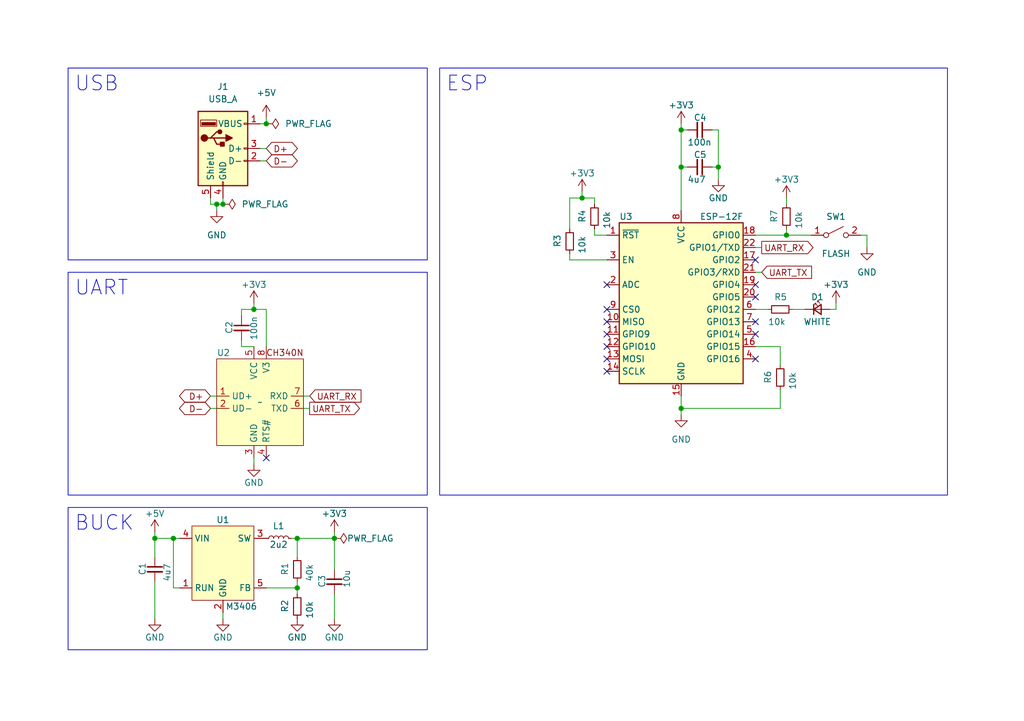
<source format=kicad_sch>
(kicad_sch (version 20230121) (generator eeschema)
  (paper "A5")
  (title_block (title "SlimeDongle-ESP") (date "2023-10-03") (rev "v1.0"))
  (lib_symbols
    (symbol "SlimeDongle-ESP_Symbols:CH340N"
      (property "Reference" "U" (at -7.62 10.16 0))
      (symbol "CH340N_1_1"
        (rectangle (start -8.89 8.89) (end 8.89 -8.89) (fill (type background)))
        (text "CH340N" (at 5.08 10.16 0) (effects (font (size 1.27 1.27))))
        (pin bidirectional line (at -8.89 1.27 0) (length 2.54) (name "UD+") (number "1"))
        (pin bidirectional line (at -8.89 -1.27 0) (length 2.54) (name "UD-") (number "2"))
        (pin input line (at -1.27 -11.43 90) (length 2.54) (name "GND") (number "3"))
        (pin output line (at 1.27 -11.43 90) (length 2.54) (name "RTS#") (number "4"))
        (pin input line (at -1.27 11.43 270) (length 2.54) (name "VCC") (number "5"))
        (pin output line (at 8.89 -1.27 180) (length 2.54) (name "TXD") (number "6"))
        (pin input line (at 8.89 1.27 180) (length 2.54) (name "RXD") (number "7"))
        (pin input line (at 1.27 11.43 270) (length 2.54) (name "V3") (number "8"))
      )
    )
    (symbol "SlimeDongle-ESP_Symbols:C_Small" (pin_numbers hide) (pin_names (offset 0.254) hide)
      (property "Reference" "C" (at 0.254 1.778 0))
      (property "Value" "C_Small" (at 0.254 -2.032 0))
      (symbol "C_Small_0_1"
        (polyline (pts (xy -1.524 -0.508) (xy 1.524 -0.508)) (stroke (width 0.3302)))
        (polyline (pts (xy -1.524 0.508) (xy 1.524 0.508)) (stroke (width 0.3048)))
      )
      (symbol "C_Small_1_1"
        (pin passive line (at 0 2.54 270) (length 2.032) (name "~") (number "1"))
        (pin passive line (at 0 -2.54 90) (length 2.032) (name "~") (number "2"))
      )
    )
    (symbol "SlimeDongle-ESP_Symbols:ESP-12F"
      (property "Reference" "U" (at -12.7 19.05 0))
      (property "Value" "ESP-12F" (at 12.7 19.05 0))
      (symbol "ESP-12F_0_1"
        (rectangle (start -12.7 17.78) (end 12.7 -15.24) (stroke (width 0.254)) (fill (type background)))
      )
      (symbol "ESP-12F_1_1"
        (pin input line (at -15.24 15.24 0) (length 2.54) (name "~{RST}") (number "1"))
        (pin bidirectional line (at -15.24 -2.54 0) (length 2.54) (name "MISO") (number "10"))
        (pin bidirectional line (at -15.24 -5.08 0) (length 2.54) (name "GPIO9") (number "11"))
        (pin bidirectional line (at -15.24 -7.62 0) (length 2.54) (name "GPIO10") (number "12"))
        (pin bidirectional line (at -15.24 -10.16 0) (length 2.54) (name "MOSI") (number "13"))
        (pin bidirectional line (at -15.24 -12.7 0) (length 2.54) (name "SCLK") (number "14"))
        (pin power_in line (at 0 -17.78 90) (length 2.54) (name "GND") (number "15"))
        (pin bidirectional line (at 15.24 -7.62 180) (length 2.54) (name "GPIO15") (number "16"))
        (pin bidirectional line (at 15.24 10.16 180) (length 2.54) (name "GPIO2") (number "17"))
        (pin bidirectional line (at 15.24 15.24 180) (length 2.54) (name "GPIO0") (number "18"))
        (pin bidirectional line (at 15.24 5.08 180) (length 2.54) (name "GPIO4") (number "19"))
        (pin input line (at -15.24 5.08 0) (length 2.54) (name "ADC") (number "2"))
        (pin bidirectional line (at 15.24 2.54 180) (length 2.54) (name "GPIO5") (number "20"))
        (pin bidirectional line (at 15.24 7.62 180) (length 2.54) (name "GPIO3/RXD") (number "21"))
        (pin bidirectional line (at 15.24 12.7 180) (length 2.54) (name "GPIO1/TXD") (number "22"))
        (pin input line (at -15.24 10.16 0) (length 2.54) (name "EN") (number "3"))
        (pin bidirectional line (at 15.24 -10.16 180) (length 2.54) (name "GPIO16") (number "4"))
        (pin bidirectional line (at 15.24 -5.08 180) (length 2.54) (name "GPIO14") (number "5"))
        (pin bidirectional line (at 15.24 0 180) (length 2.54) (name "GPIO12") (number "6"))
        (pin bidirectional line (at 15.24 -2.54 180) (length 2.54) (name "GPIO13") (number "7"))
        (pin power_in line (at 0 20.32 270) (length 2.54) (name "VCC") (number "8"))
        (pin input line (at -15.24 0 0) (length 2.54) (name "CS0") (number "9"))
      )
    )
    (symbol "SlimeDongle-ESP_Symbols:LED_Small" (pin_numbers hide) (pin_names (offset 0.254) hide)
      (property "Reference" "D" (at -1.27 3.175 0))
      (property "Value" "LED_Small" (at -4.445 -2.54 0))
      (symbol "LED_Small_0_1"
        (polyline (pts (xy -0.762 -1.016) (xy -0.762 1.016)) (stroke (width 0.254)))
        (polyline (pts (xy 1.016 0) (xy -0.762 0)))
        (polyline (pts (xy 0.762 -1.016) (xy -0.762 0) (xy 0.762 1.016) (xy 0.762 -1.016)) (stroke (width 0.254)))
        (polyline (pts (xy 0 0.762) (xy -0.508 1.27) (xy -0.254 1.27) (xy -0.508 1.27) (xy -0.508 1.016)))
        (polyline (pts (xy 0.508 1.27) (xy 0 1.778) (xy 0.254 1.778) (xy 0 1.778) (xy 0 1.524)))
      )
      (symbol "LED_Small_1_1"
        (pin passive line (at -2.54 0 0) (length 1.778) (name "K") (number "1"))
        (pin passive line (at 2.54 0 180) (length 1.778) (name "A") (number "2"))
      )
    )
    (symbol "SlimeDongle-ESP_Symbols:L_Small" (pin_numbers hide) (pin_names (offset 0.254) hide)
      (property "Reference" "L" (at 0.762 1.016 0))
      (property "Value" "L_Small" (at 0.762 -1.016 0))
      (symbol "L_Small_0_1"
        (arc (start 0 -2.032) (mid 0.5058 -1.524) (end 0 -1.016))
        (arc (start 0 -1.016) (mid 0.5058 -0.508) (end 0 0))
        (arc (start 0 0) (mid 0.5058 0.508) (end 0 1.016))
        (arc (start 0 1.016) (mid 0.5058 1.524) (end 0 2.032))
      )
      (symbol "L_Small_1_1"
        (pin passive line (at 0 2.54 270) (length 0.508) (name "~") (number "1"))
        (pin passive line (at 0 -2.54 90) (length 0.508) (name "~") (number "2"))
      )
    )
    (symbol "SlimeDongle-ESP_Symbols:M3406"
      (property "Reference" "U" (at -4.445 8.89 0))
      (property "Value" "M3406" (at 3.175 8.89 0))
      (symbol "M3406_1_1"
        (rectangle (start -6.35 7.62) (end 6.35 -7.62) (fill (type background)))
        (pin input line (at -8.89 -5.08 0) (length 2.54) (name "RUN") (number "1"))
        (pin power_in line (at 0 -10.16 90) (length 2.54) (name "GND") (number "2"))
        (pin output line (at 8.89 5.08 180) (length 2.54) (name "SW") (number "3"))
        (pin power_in line (at -8.89 5.08 0) (length 2.54) (name "VIN") (number "4"))
        (pin input line (at 8.89 -5.08 180) (length 2.54) (name "FB") (number "5"))
      )
    )
    (symbol "SlimeDongle-ESP_Symbols:R_Small" (pin_numbers hide) (pin_names (offset 0.254) hide)
      (property "Reference" "R" (at 0.762 0.508 0))
      (property "Value" "R_Small" (at 0.762 -1.016 0))
      (symbol "R_Small_0_1"
        (rectangle (start -0.762 1.778) (end 0.762 -1.778) (stroke (width 0.2032)))
      )
      (symbol "R_Small_1_1"
        (pin passive line (at 0 2.54 270) (length 0.762) (name "~") (number "1"))
        (pin passive line (at 0 -2.54 90) (length 0.762) (name "~") (number "2"))
      )
    )
    (symbol "SlimeDongle-ESP_Symbols:SW_SPST" (pin_names (offset 0) hide)
      (property "Reference" "SW" (at 0 3.175 0))
      (property "Value" "SW_SPST" (at 0 -2.54 0))
      (symbol "SW_SPST_0_0"
        (circle (center -2.032 0) (radius 0.508))
        (polyline (pts (xy -1.524 0.254) (xy 1.524 1.778)))
        (circle (center 2.032 0) (radius 0.508))
      )
      (symbol "SW_SPST_1_1"
        (pin passive line (at -5.08 0 0) (length 2.54) (name "A") (number "1"))
        (pin passive line (at 5.08 0 180) (length 2.54) (name "B") (number "2"))
      )
    )
    (symbol "SlimeDongle-ESP_Symbols:USB_A" (pin_names (offset 1.016))
      (property "Reference" "J" (at -5.08 11.43 0))
      (property "Value" "USB_A" (at -5.08 8.89 0))
      (symbol "USB_A_0_1"
        (rectangle (start -5.08 -7.62) (end 5.08 7.62) (stroke (width 0.254)) (fill (type background)))
        (circle (center -3.81 2.159) (radius 0.635) (stroke (width 0.254)) (fill (type outline)))
        (rectangle (start -1.524 4.826) (end -4.318 5.334) (fill (type outline)))
        (rectangle (start -1.27 4.572) (end -4.572 5.842))
        (circle (center -0.635 3.429) (radius 0.381) (stroke (width 0.254)) (fill (type outline)))
        (rectangle (start -0.127 -7.62) (end 0.127 -6.858))
        (polyline (pts (xy -3.175 2.159) (xy -2.54 2.159) (xy -1.27 3.429) (xy -0.635 3.429)) (stroke (width 0.254)))
        (polyline (pts (xy -2.54 2.159) (xy -1.905 2.159) (xy -1.27 0.889) (xy 0 0.889)) (stroke (width 0.254)))
        (polyline (pts (xy 0.635 2.794) (xy 0.635 1.524) (xy 1.905 2.159) (xy 0.635 2.794)) (stroke (width 0.254)) (fill (type outline)))
        (rectangle (start 0.254 1.27) (end -0.508 0.508) (stroke (width 0.254)) (fill (type outline)))
        (rectangle (start 5.08 -2.667) (end 4.318 -2.413))
        (rectangle (start 5.08 -0.127) (end 4.318 0.127))
        (rectangle (start 5.08 4.953) (end 4.318 5.207))
      )
      (symbol "USB_A_1_1"
        (polyline (pts (xy -1.905 2.159) (xy 0.635 2.159)) (stroke (width 0.254)))
        (pin power_in line (at 7.62 5.08 180) (length 2.54) (name "VBUS") (number "1"))
        (pin bidirectional line (at 7.62 -2.54 180) (length 2.54) (name "D-") (number "2"))
        (pin bidirectional line (at 7.62 0 180) (length 2.54) (name "D+") (number "3"))
        (pin power_in line (at 0 -10.16 90) (length 2.54) (name "GND") (number "4"))
        (pin passive line (at -2.54 -10.16 90) (length 2.54) (name "Shield") (number "5"))
      )
    )
    (symbol "power:+3V3" (power) (pin_names (offset 0))
      (property "Value" "+3V3" (at 0 3.556 0))
      (symbol "+3V3_0_1"
        (polyline (pts (xy -0.762 1.27) (xy 0 2.54)))
        (polyline (pts (xy 0 0) (xy 0 2.54)))
        (polyline (pts (xy 0 2.54) (xy 0.762 1.27)))
      )
      (symbol "+3V3_1_1"
        (pin power_in line (at 0 0 90) (length 0) hide (name "+3V3") (number "1"))
      )
    )
    (symbol "power:+5V" (power) (pin_names (offset 0))
      (property "Value" "+5V" (at 0 3.556 0))
      (symbol "+5V_0_1"
        (polyline (pts (xy -0.762 1.27) (xy 0 2.54)))
        (polyline (pts (xy 0 0) (xy 0 2.54)))
        (polyline (pts (xy 0 2.54) (xy 0.762 1.27)))
      )
      (symbol "+5V_1_1"
        (pin power_in line (at 0 0 90) (length 0) hide (name "+5V") (number "1"))
      )
    )
    (symbol "power:GND" (power) (pin_names (offset 0))
      (property "Value" "GND" (at 0 -3.81 0))
      (symbol "GND_0_1"
        (polyline (pts (xy 0 0) (xy 0 -1.27) (xy 1.27 -1.27) (xy 0 -2.54) (xy -1.27 -1.27) (xy 0 -1.27)))
      )
      (symbol "GND_1_1"
        (pin power_in line (at 0 0 270) (length 0) hide (name "GND") (number "1"))
      )
    )
    (symbol "power:PWR_FLAG" (power) (pin_numbers hide) (pin_names (offset 0) hide)
      (property "Value" "PWR_FLAG" (at 0 3.81 0))
      (symbol "PWR_FLAG_0_0"
        (pin power_out line (at 0 0 90) (length 0) (name "pwr") (number "1"))
      )
      (symbol "PWR_FLAG_0_1"
        (polyline (pts (xy 0 0) (xy 0 1.27) (xy -1.016 1.905) (xy 0 2.54) (xy 1.016 1.905) (xy 0 1.27)))
      )
    )
  )
  (junction (at 139.7 34.29))
  (junction (at 35.56 110.49))
  (junction (at 44.45 41.91))
  (junction (at 139.7 83.82))
  (junction (at 45.72 41.91))
  (junction (at 31.75 110.49))
  (junction (at 52.07 63.5))
  (junction (at 54.61 25.4))
  (junction (at 68.58 110.49))
  (junction (at 60.96 110.49))
  (junction (at 147.32 34.29))
  (junction (at 161.29 48.26))
  (junction (at 60.96 120.65))
  (junction (at 139.7 26.67))
  (junction (at 119.38 40.64))
  (no_connect (at 124.46 63.5))
  (no_connect (at 124.46 71.12))
  (no_connect (at 154.94 66.04))
  (no_connect (at 124.46 68.58))
  (no_connect (at 54.61 93.98))
  (no_connect (at 124.46 66.04))
  (no_connect (at 154.94 60.96))
  (no_connect (at 154.94 68.58))
  (no_connect (at 124.46 73.66))
  (no_connect (at 154.94 73.66))
  (no_connect (at 154.94 58.42))
  (no_connect (at 154.94 53.34))
  (no_connect (at 124.46 76.2))
  (no_connect (at 124.46 58.42))
  (wire (pts (xy 54.61 33.02) (xy 53.34 33.02)))
  (wire (pts (xy 119.38 39.37) (xy 119.38 40.64)))
  (wire (pts (xy 116.84 53.34) (xy 116.84 52.07)))
  (wire (pts (xy 154.94 63.5) (xy 157.48 63.5)))
  (wire (pts (xy 60.96 120.65) (xy 54.61 120.65)))
  (wire (pts (xy 60.96 114.3) (xy 60.96 110.49)))
  (wire (pts (xy 146.05 34.29) (xy 147.32 34.29)))
  (wire (pts (xy 146.05 26.67) (xy 147.32 26.67)))
  (wire (pts (xy 140.97 34.29) (xy 139.7 34.29)))
  (wire (pts (xy 36.83 110.49) (xy 35.56 110.49)))
  (wire (pts (xy 147.32 26.67) (xy 147.32 34.29)))
  (wire (pts (xy 52.07 93.98) (xy 52.07 95.25)))
  (wire (pts (xy 54.61 63.5) (xy 52.07 63.5)))
  (wire (pts (xy 177.8 48.26) (xy 177.8 50.8)))
  (wire (pts (xy 154.94 48.26) (xy 161.29 48.26)))
  (wire (pts (xy 49.53 63.5) (xy 52.07 63.5)))
  (wire (pts (xy 43.18 41.91) (xy 43.18 40.64)))
  (wire (pts (xy 54.61 30.48) (xy 53.34 30.48)))
  (wire (pts (xy 170.18 63.5) (xy 171.45 63.5)))
  (wire (pts (xy 60.96 110.49) (xy 59.69 110.49)))
  (wire (pts (xy 119.38 40.64) (xy 116.84 40.64)))
  (wire (pts (xy 45.72 40.64) (xy 45.72 41.91)))
  (wire (pts (xy 160.02 83.82) (xy 160.02 80.01)))
  (wire (pts (xy 161.29 40.64) (xy 161.29 41.91)))
  (wire (pts (xy 44.45 41.91) (xy 44.45 43.18)))
  (wire (pts (xy 60.96 120.65) (xy 60.96 121.92)))
  (wire (pts (xy 139.7 81.28) (xy 139.7 83.82)))
  (wire (pts (xy 44.45 41.91) (xy 43.18 41.91)))
  (wire (pts (xy 45.72 41.91) (xy 44.45 41.91)))
  (wire (pts (xy 49.53 71.12) (xy 52.07 71.12)))
  (wire (pts (xy 139.7 83.82) (xy 139.7 85.09)))
  (wire (pts (xy 147.32 34.29) (xy 147.32 36.83)))
  (wire (pts (xy 160.02 74.93) (xy 160.02 71.12)))
  (wire (pts (xy 54.61 71.12) (xy 54.61 63.5)))
  (wire (pts (xy 162.56 63.5) (xy 165.1 63.5)))
  (wire (pts (xy 160.02 71.12) (xy 154.94 71.12)))
  (wire (pts (xy 60.96 119.38) (xy 60.96 120.65)))
  (wire (pts (xy 60.96 110.49) (xy 68.58 110.49)))
  (wire (pts (xy 43.18 83.82) (xy 44.45 83.82)))
  (wire (pts (xy 49.53 63.5) (xy 49.53 64.77)))
  (wire (pts (xy 139.7 34.29) (xy 139.7 43.18)))
  (wire (pts (xy 121.92 40.64) (xy 121.92 41.91)))
  (wire (pts (xy 156.21 50.8) (xy 154.94 50.8)))
  (wire (pts (xy 53.34 25.4) (xy 54.61 25.4)))
  (wire (pts (xy 68.58 110.49) (xy 68.58 116.84)))
  (wire (pts (xy 68.58 121.92) (xy 68.58 127)))
  (wire (pts (xy 31.75 110.49) (xy 31.75 114.3)))
  (wire (pts (xy 31.75 109.22) (xy 31.75 110.49)))
  (wire (pts (xy 121.92 40.64) (xy 119.38 40.64)))
  (wire (pts (xy 54.61 25.4) (xy 54.61 24.13)))
  (wire (pts (xy 124.46 53.34) (xy 116.84 53.34)))
  (wire (pts (xy 49.53 69.85) (xy 49.53 71.12)))
  (wire (pts (xy 31.75 119.38) (xy 31.75 127)))
  (wire (pts (xy 31.75 110.49) (xy 35.56 110.49)))
  (wire (pts (xy 176.53 48.26) (xy 177.8 48.26)))
  (wire (pts (xy 35.56 120.65) (xy 35.56 110.49)))
  (wire (pts (xy 68.58 109.22) (xy 68.58 110.49)))
  (wire (pts (xy 45.72 125.73) (xy 45.72 127)))
  (wire (pts (xy 43.18 81.28) (xy 44.45 81.28)))
  (wire (pts (xy 161.29 48.26) (xy 166.37 48.26)))
  (wire (pts (xy 116.84 40.64) (xy 116.84 46.99)))
  (wire (pts (xy 139.7 25.4) (xy 139.7 26.67)))
  (wire (pts (xy 62.23 81.28) (xy 63.5 81.28)))
  (wire (pts (xy 139.7 26.67) (xy 139.7 34.29)))
  (wire (pts (xy 62.23 83.82) (xy 63.5 83.82)))
  (wire (pts (xy 161.29 48.26) (xy 161.29 46.99)))
  (wire (pts (xy 171.45 63.5) (xy 171.45 62.23)))
  (wire (pts (xy 121.92 48.26) (xy 121.92 46.99)))
  (wire (pts (xy 139.7 83.82) (xy 160.02 83.82)))
  (wire (pts (xy 156.21 55.88) (xy 154.94 55.88)))
  (wire (pts (xy 124.46 48.26) (xy 121.92 48.26)))
  (wire (pts (xy 52.07 62.23) (xy 52.07 63.5)))
  (wire (pts (xy 140.97 26.67) (xy 139.7 26.67)))
  (wire (pts (xy 36.83 120.65) (xy 35.56 120.65)))
  (rectangle (start 13.97 55.88) (end 87.63 101.6))
  (rectangle (start 90.17 13.97) (end 194.31 101.6))
  (rectangle (start 13.97 13.97) (end 87.63 53.34))
  (rectangle (start 13.97 104.14) (end 87.63 133.35))
  (text "USB" (at 15.24 19.05 0) (effects (font (size 3 3)) (justify left bottom)))
  (text "UART" (at 15.24 60.96 0) (effects (font (size 3 3)) (justify left bottom)))
  (text "BUCK" (at 15.24 109.22 0) (effects (font (size 3 3)) (justify left bottom)))
  (text "ESP" (at 91.44 19.05 0) (effects (font (size 3 3)) (justify left bottom)))
  (global_label "UART_TX" (shape output) (at 63.5 83.82 0) (property "Intersheetrefs" "${INTERSHEET_REFS}" (effects hide)))
  (global_label "D-" (shape bidirectional) (at 54.61 33.02 0) (property "Intersheetrefs" "${INTERSHEET_REFS}" (effects hide)))
  (global_label "D-" (shape bidirectional) (at 43.18 83.82 180) (property "Intersheetrefs" "${INTERSHEET_REFS}" (effects hide)))
  (global_label "D+" (shape bidirectional) (at 43.18 81.28 180) (property "Intersheetrefs" "${INTERSHEET_REFS}" (effects hide)))
  (global_label "D+" (shape bidirectional) (at 54.61 30.48 0) (property "Intersheetrefs" "${INTERSHEET_REFS}" (effects hide)))
  (global_label "UART_RX" (shape input) (at 63.5 81.28 0) (property "Intersheetrefs" "${INTERSHEET_REFS}" (effects hide)))
  (global_label "UART_TX" (shape input) (at 156.21 55.88 0) (property "Intersheetrefs" "${INTERSHEET_REFS}" (effects hide)))
  (global_label "UART_RX" (shape output) (at 156.21 50.8 0) (property "Intersheetrefs" "${INTERSHEET_REFS}" (effects hide)))
  (symbol (lib_id "power:GND") (at 177.8 50.8 0) (unit 1)
    (property "Reference" "#PWR017" (effects hide))
    (property "Value" "GND" (at 177.8 55.88 0))
  )
  (symbol (lib_id "SlimeDongle-ESP_Symbols:R_Small") (at 60.96 124.46 0) (unit 1)
    (property "Reference" "R2" (at 58.42 125.73 90) (effects (justify left)))
    (property "Value" "10k" (at 63.5 127 90) (effects (justify left)))
    (property "Footprint" "Resistor_SMD:R_0603_1608Metric_Pad0.98x0.95mm_HandSolder" (effects hide))
  )
  (symbol (lib_id "SlimeDongle-ESP_Symbols:R_Small") (at 160.02 77.47 0) (unit 1)
    (property "Reference" "R6" (at 157.48 78.74 90) (effects (justify left)))
    (property "Value" "10k" (at 162.56 80.01 90) (effects (justify left)))
    (property "Footprint" "Resistor_SMD:R_0603_1608Metric_Pad0.98x0.95mm_HandSolder" (effects hide))
  )
  (symbol (lib_id "power:GND") (at 60.96 127 0) (unit 1)
    (property "Reference" "#PWR08" (effects hide))
    (property "Value" "GND" (at 60.96 130.81 0))
  )
  (symbol (lib_id "power:GND") (at 44.45 43.18 0) (unit 1)
    (property "Reference" "#PWR03" (effects hide))
    (property "Value" "GND" (at 44.45 48.26 0))
  )
  (symbol (lib_id "SlimeDongle-ESP_Symbols:C_Small") (at 143.51 34.29 270) (unit 1)
    (property "Reference" "C5" (at 142.24 31.75 90) (effects (justify left)))
    (property "Value" "4u7" (at 140.97 36.83 90) (effects (justify left)))
    (property "Footprint" "Capacitor_SMD:C_0603_1608Metric_Pad1.08x0.95mm_HandSolder" (effects hide))
  )
  (symbol (lib_id "power:+3V3") (at 68.58 109.22 0) (unit 1)
    (property "Reference" "#PWR09" (effects hide))
    (property "Value" "+3V3" (at 68.58 105.41 0))
  )
  (symbol (lib_id "power:+3V3") (at 139.7 25.4 0) (unit 1)
    (property "Reference" "#PWR012" (effects hide))
    (property "Value" "+3V3" (at 139.7 21.59 0))
  )
  (symbol (lib_id "power:GND") (at 52.07 95.25 0) (unit 1)
    (property "Reference" "#PWR06" (effects hide))
    (property "Value" "GND" (at 52.07 99.06 0))
  )
  (symbol (lib_id "SlimeDongle-ESP_Symbols:ESP-12F") (at 139.7 63.5 0) (unit 1)
    (property "Reference" "U3" (at 127 44.45 0) (effects (justify left)))
    (property "Value" "ESP-12F" (at 143.51 44.45 0) (effects (justify left)))
    (property "Footprint" "RF_Module:ESP-12E" (effects hide))
    (property "Datasheet" "http://wiki.ai-thinker.com/_media/esp8266/esp8266_series_modules_user_manual_v1.1.pdf" (effects hide))
  )
  (symbol (lib_id "power:PWR_FLAG") (at 68.58 110.49 270) (unit 1)
    (property "Reference" "#FLG03" (effects hide))
    (property "Value" "PWR_FLAG" (at 71.12 110.49 90) (effects (justify left)))
  )
  (symbol (lib_id "power:+5V") (at 31.75 109.22 0) (unit 1)
    (property "Reference" "#PWR01" (effects hide))
    (property "Value" "+5V" (at 31.75 105.41 0))
  )
  (symbol (lib_id "SlimeDongle-ESP_Symbols:LED_Small") (at 167.64 63.5 0) (unit 1)
    (property "Reference" "D1" (at 167.64 60.96 0))
    (property "Value" "WHITE" (at 167.64 66.04 0))
    (property "Footprint" "LED_SMD:LED_0603_1608Metric_Pad1.05x0.95mm_HandSolder" (effects hide))
  )
  (symbol (lib_id "power:PWR_FLAG") (at 54.61 25.4 270) (unit 1)
    (property "Reference" "#FLG02" (effects hide))
    (property "Value" "PWR_FLAG" (at 58.42 25.4 90) (effects (justify left)))
  )
  (symbol (lib_id "power:GND") (at 45.72 127 0) (unit 1)
    (property "Reference" "#PWR04" (effects hide))
    (property "Value" "GND" (at 45.72 130.81 0))
  )
  (symbol (lib_id "power:+3V3") (at 171.45 62.23 0) (unit 1)
    (property "Reference" "#PWR016" (effects hide))
    (property "Value" "+3V3" (at 171.45 58.42 0))
  )
  (symbol (lib_id "power:+3V3") (at 119.38 39.37 0) (unit 1)
    (property "Reference" "#PWR011" (effects hide))
    (property "Value" "+3V3" (at 119.38 35.56 0))
  )
  (symbol (lib_id "SlimeDongle-ESP_Symbols:C_Small") (at 143.51 26.67 270) (unit 1)
    (property "Reference" "C4" (at 142.24 24.13 90) (effects (justify left)))
    (property "Value" "100n" (at 140.97 29.21 90) (effects (justify left)))
    (property "Footprint" "Capacitor_SMD:C_0603_1608Metric_Pad1.08x0.95mm_HandSolder" (effects hide))
  )
  (symbol (lib_id "power:GND") (at 139.7 85.09 0) (unit 1)
    (property "Reference" "#PWR013" (effects hide))
    (property "Value" "GND" (at 139.7 90.17 0))
  )
  (symbol (lib_id "SlimeDongle-ESP_Symbols:L_Small") (at 57.15 110.49 90) (unit 1)
    (property "Reference" "L1" (at 57.15 107.95 90))
    (property "Value" "2u2" (at 57.15 111.76 90))
    (property "Footprint" "Inductor_SMD:L_0603_1608Metric_Pad1.05x0.95mm_HandSolder" (effects hide))
  )
  (symbol (lib_id "SlimeDongle-ESP_Symbols:C_Small") (at 49.53 67.31 0) (unit 1)
    (property "Reference" "C2" (at 46.99 68.58 90) (effects (justify left)))
    (property "Value" "100n" (at 52.07 69.85 90) (effects (justify left)))
    (property "Footprint" "Capacitor_SMD:C_0603_1608Metric_Pad1.08x0.95mm_HandSolder" (effects hide))
  )
  (symbol (lib_id "SlimeDongle-ESP_Symbols:C_Small") (at 68.58 119.38 0) (unit 1)
    (property "Reference" "C3" (at 66.04 120.65 90) (effects (justify left)))
    (property "Value" "10u" (at 71.12 120.65 90) (effects (justify left)))
    (property "Footprint" "Capacitor_SMD:C_0603_1608Metric_Pad1.08x0.95mm_HandSolder" (effects hide))
  )
  (symbol (lib_id "SlimeDongle-ESP_Symbols:M3406") (at 45.72 115.57 0) (unit 1)
    (property "Reference" "U1" (at 45.72 106.68 0))
    (property "Value" "M3406" (at 49.53 124.46 0))
    (property "Footprint" "Package_TO_SOT_SMD:SOT-23-5" (effects hide))
    (property "Datasheet" "https://datasheet.lcsc.com/lcsc/1811151539_XI-AN-Aerosemi-Tech-M3406-ADJ_C83224.pdf" (effects hide))
    (property "LCSC" "C83224" (effects hide))
  )
  (symbol (lib_id "power:+3V3") (at 161.29 40.64 0) (unit 1)
    (property "Reference" "#PWR015" (effects hide))
    (property "Value" "+3V3" (at 161.29 36.83 0))
  )
  (symbol (lib_id "SlimeDongle-ESP_Symbols:R_Small") (at 121.92 44.45 0) (unit 1)
    (property "Reference" "R4" (at 119.38 45.72 90) (effects (justify left)))
    (property "Value" "10k" (at 124.46 46.99 90) (effects (justify left)))
    (property "Footprint" "Resistor_SMD:R_0603_1608Metric_Pad0.98x0.95mm_HandSolder" (effects hide))
  )
  (symbol (lib_id "SlimeDongle-ESP_Symbols:SW_SPST") (at 171.45 48.26 0) (unit 1)
    (property "Reference" "SW1" (at 171.45 44.45 0))
    (property "Value" "FLASH" (at 171.45 52.07 0))
    (property "Footprint" "Button_Switch_SMD:SW_SPST_B3U-1000P" (effects hide))
  )
  (symbol (lib_id "power:GND") (at 68.58 127 0) (unit 1)
    (property "Reference" "#PWR010" (effects hide))
    (property "Value" "GND" (at 68.58 130.81 0))
  )
  (symbol (lib_id "SlimeDongle-ESP_Symbols:R_Small") (at 161.29 44.45 0) (unit 1)
    (property "Reference" "R7" (at 158.75 45.72 90) (effects (justify left)))
    (property "Value" "10k" (at 163.83 46.99 90) (effects (justify left)))
    (property "Footprint" "Resistor_SMD:R_0603_1608Metric_Pad0.98x0.95mm_HandSolder" (effects hide))
  )
  (symbol (lib_id "SlimeDongle-ESP_Symbols:R_Small") (at 116.84 49.53 0) (unit 1)
    (property "Reference" "R3" (at 114.3 50.8 90) (effects (justify left)))
    (property "Value" "10k" (at 119.38 52.07 90) (effects (justify left)))
    (property "Footprint" "Resistor_SMD:R_0603_1608Metric_Pad0.98x0.95mm_HandSolder" (effects hide))
  )
  (symbol (lib_id "power:+3V3") (at 52.07 62.23 0) (unit 1)
    (property "Reference" "#PWR05" (effects hide))
    (property "Value" "+3V3" (at 52.07 58.42 0))
  )
  (symbol (lib_id "power:GND") (at 31.75 127 0) (unit 1)
    (property "Reference" "#PWR02" (effects hide))
    (property "Value" "GND" (at 31.75 130.81 0))
  )
  (symbol (lib_id "SlimeDongle-ESP_Symbols:USB_A") (at 45.72 30.48 0) (unit 1)
    (property "Reference" "J1" (at 45.72 17.78 0))
    (property "Value" "USB_A" (at 45.72 20.32 0))
    (property "Footprint" "Connector_USB:USB_A_CNCTech_1001-011-01101_Horizontal" (effects hide))
    (property "Datasheet" " ~" (effects hide))
  )
  (symbol (lib_id "power:GND") (at 147.32 36.83 0) (unit 1)
    (property "Reference" "#PWR014" (effects hide))
    (property "Value" "GND" (at 147.32 40.64 0))
  )
  (symbol (lib_id "SlimeDongle-ESP_Symbols:R_Small") (at 60.96 116.84 0) (unit 1)
    (property "Reference" "R1" (at 58.42 118.11 90) (effects (justify left)))
    (property "Value" "40k" (at 63.5 119.38 90) (effects (justify left)))
    (property "Footprint" "Resistor_SMD:R_0603_1608Metric_Pad0.98x0.95mm_HandSolder" (effects hide))
  )
  (symbol (lib_id "SlimeDongle-ESP_Symbols:R_Small") (at 160.02 63.5 270) (unit 1)
    (property "Reference" "R5" (at 158.75 60.96 90) (effects (justify left)))
    (property "Value" "10k" (at 157.48 66.04 90) (effects (justify left)))
    (property "Footprint" "Resistor_SMD:R_0603_1608Metric_Pad0.98x0.95mm_HandSolder" (effects hide))
  )
  (symbol (lib_id "SlimeDongle-ESP_Symbols:C_Small") (at 31.75 116.84 0) (unit 1)
    (property "Reference" "C1" (at 29.21 118.11 90) (effects (justify left)))
    (property "Value" "4u7" (at 34.29 119.38 90) (effects (justify left)))
    (property "Footprint" "Capacitor_SMD:C_0603_1608Metric_Pad1.08x0.95mm_HandSolder" (effects hide))
  )
  (symbol (lib_id "power:PWR_FLAG") (at 45.72 41.91 270) (unit 1)
    (property "Reference" "#FLG01" (effects hide))
    (property "Value" "PWR_FLAG" (at 49.53 41.91 90) (effects (justify left)))
  )
  (symbol (lib_id "power:+5V") (at 54.61 24.13 0) (unit 1)
    (property "Reference" "#PWR07" (effects hide))
    (property "Value" "+5V" (at 54.61 19.05 0))
  )
  (symbol (lib_id "SlimeDongle-ESP_Symbols:CH340N") (at 53.34 82.55 0) (unit 1)
    (property "Reference" "U2" (at 44.45 72.39 0) (effects (justify left)))
    (property "Value" "~" (at 53.34 82.55 0))
    (property "Footprint" "Package_SO:SOP-8_3.9x4.9mm_P1.27mm" (effects hide))
  )
)
</source>
